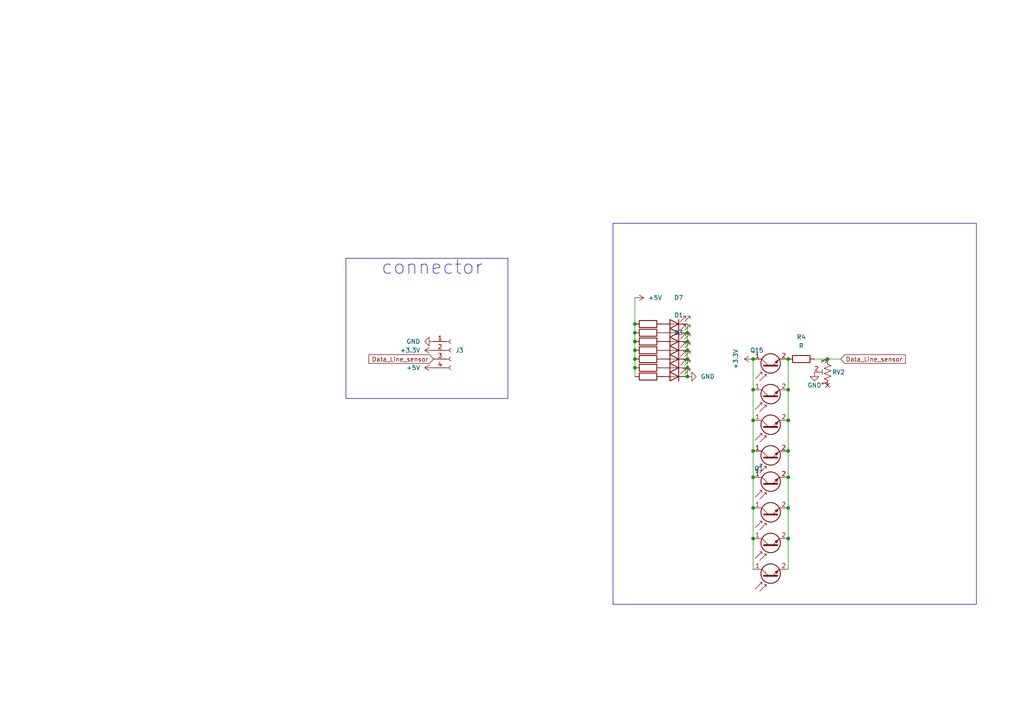
<source format=kicad_sch>
(kicad_sch (version 20230121) (generator eeschema)
  (paper "A4")
  (lib_symbols
    (symbol "Connector:Conn_01x04_Socket" (pin_names (offset 1.016) hide)
      (property "Reference" "J" (at 0 5.08 0))
      (property "Value" "Conn_01x04_Socket" (at 0 -7.62 0))
      (symbol "Conn_01x04_Socket_1_1"
        (arc (start 0 -4.572) (mid -0.5058 -5.08) (end 0 -5.588) (stroke (width 0.1524)))
        (arc (start 0 -2.032) (mid -0.5058 -2.54) (end 0 -3.048) (stroke (width 0.1524)))
        (polyline (pts (xy -1.27 -5.08) (xy -0.508 -5.08)) (stroke (width 0.1524)))
        (polyline (pts (xy -1.27 -2.54) (xy -0.508 -2.54)) (stroke (width 0.1524)))
        (polyline (pts (xy -1.27 0) (xy -0.508 0)) (stroke (width 0.1524)))
        (polyline (pts (xy -1.27 2.54) (xy -0.508 2.54)) (stroke (width 0.1524)))
        (arc (start 0 0.508) (mid -0.5058 0) (end 0 -0.508) (stroke (width 0.1524)))
        (arc (start 0 3.048) (mid -0.5058 2.54) (end 0 2.032) (stroke (width 0.1524)))
        (pin passive line (at -5.08 2.54 0) (length 3.81) (name "Pin_1") (number "1"))
        (pin passive line (at -5.08 0 0) (length 3.81) (name "Pin_2") (number "2"))
        (pin passive line (at -5.08 -2.54 0) (length 3.81) (name "Pin_3") (number "3"))
        (pin passive line (at -5.08 -5.08 0) (length 3.81) (name "Pin_4") (number "4"))
      )
    )
    (symbol "Device:LED" (pin_numbers hide) (pin_names (offset 1.016) hide)
      (property "Reference" "D" (at 0 2.54 0))
      (property "Value" "LED" (at 0 -2.54 0))
      (symbol "LED_0_1"
        (polyline (pts (xy -1.27 -1.27) (xy -1.27 1.27)) (stroke (width 0.254)))
        (polyline (pts (xy -1.27 0) (xy 1.27 0)))
        (polyline (pts (xy 1.27 -1.27) (xy 1.27 1.27) (xy -1.27 0) (xy 1.27 -1.27)) (stroke (width 0.254)))
        (polyline (pts (xy -3.048 -0.762) (xy -4.572 -2.286) (xy -3.81 -2.286) (xy -4.572 -2.286) (xy -4.572 -1.524)))
        (polyline (pts (xy -1.778 -0.762) (xy -3.302 -2.286) (xy -2.54 -2.286) (xy -3.302 -2.286) (xy -3.302 -1.524)))
      )
      (symbol "LED_1_1"
        (pin passive line (at -3.81 0 0) (length 2.54) (name "K") (number "1"))
        (pin passive line (at 3.81 0 180) (length 2.54) (name "A") (number "2"))
      )
    )
    (symbol "Device:Q_Photo_NPN" (pin_names (offset 0) hide)
      (property "Reference" "Q" (at 5.08 1.27 0))
      (property "Value" "Q_Photo_NPN" (at 5.08 -1.27 0))
      (symbol "Q_Photo_NPN_0_1"
        (polyline (pts (xy -1.905 1.27) (xy -2.54 1.27)))
        (polyline (pts (xy -1.27 2.54) (xy -1.905 2.54)))
        (polyline (pts (xy 0.635 0.635) (xy 2.54 2.54)))
        (polyline (pts (xy -3.81 3.175) (xy -1.905 1.27) (xy -1.905 1.905)))
        (polyline (pts (xy -3.175 4.445) (xy -1.27 2.54) (xy -1.27 3.175)))
        (polyline (pts (xy 0.635 -0.635) (xy 2.54 -2.54) (xy 2.54 -2.54)))
        (polyline (pts (xy 0.635 1.905) (xy 0.635 -1.905) (xy 0.635 -1.905)) (stroke (width 0.508)))
        (polyline (pts (xy 1.27 -1.778) (xy 1.778 -1.27) (xy 2.286 -2.286) (xy 1.27 -1.778) (xy 1.27 -1.778)) (fill (type outline)))
        (circle (center 1.27 0) (radius 2.8194) (stroke (width 0.254)))
      )
      (symbol "Q_Photo_NPN_1_1"
        (pin passive line (at 2.54 5.08 270) (length 2.54) (name "C") (number "1"))
        (pin passive line (at 2.54 -5.08 90) (length 2.54) (name "E") (number "2"))
      )
    )
    (symbol "Device:R" (pin_numbers hide) (pin_names (offset 0))
      (property "Reference" "R" (at 2.032 0 90))
      (property "Value" "R" (at 0 0 90))
      (symbol "R_0_1"
        (rectangle (start -1.016 -2.54) (end 1.016 2.54) (stroke (width 0.254)))
      )
      (symbol "R_1_1"
        (pin passive line (at 0 3.81 270) (length 1.27) (name "~") (number "1"))
        (pin passive line (at 0 -3.81 90) (length 1.27) (name "~") (number "2"))
      )
    )
    (symbol "Device:R_Potentiometer_Trim_US" (pin_names (offset 1.016) hide)
      (property "Reference" "RV" (at -4.445 0 90))
      (property "Value" "R_Potentiometer_Trim_US" (at -2.54 0 90))
      (symbol "R_Potentiometer_Trim_US_0_1"
        (polyline (pts (xy 0 -2.286) (xy 0 -2.54)))
        (polyline (pts (xy 0 2.286) (xy 0 2.54)))
        (polyline (pts (xy 1.524 0.762) (xy 1.524 -0.762)))
        (polyline (pts (xy 2.54 0) (xy 1.524 0)))
        (polyline (pts (xy 0 -0.762) (xy 1.016 -1.143) (xy 0 -1.524) (xy -1.016 -1.905) (xy 0 -2.286)))
        (polyline (pts (xy 0 0.762) (xy 1.016 0.381) (xy 0 0) (xy -1.016 -0.381) (xy 0 -0.762)))
        (polyline (pts (xy 0 2.286) (xy 1.016 1.905) (xy 0 1.524) (xy -1.016 1.143) (xy 0 0.762)))
      )
      (symbol "R_Potentiometer_Trim_US_1_1"
        (pin passive line (at 0 3.81 270) (length 1.27) (name "1") (number "1"))
        (pin passive line (at 3.81 0 180) (length 1.27) (name "2") (number "2"))
        (pin passive line (at 0 -3.81 90) (length 1.27) (name "3") (number "3"))
      )
    )
    (symbol "power:+3.3V" (power) (pin_names (offset 0))
      (property "Value" "+3.3V" (at 0 3.556 0))
      (symbol "+3.3V_0_1"
        (polyline (pts (xy -0.762 1.27) (xy 0 2.54)))
        (polyline (pts (xy 0 0) (xy 0 2.54)))
        (polyline (pts (xy 0 2.54) (xy 0.762 1.27)))
      )
      (symbol "+3.3V_1_1"
        (pin power_in line (at 0 0 90) (length 0) hide (name "+3.3V") (number "1"))
      )
    )
    (symbol "power:+5V" (power) (pin_names (offset 0))
      (property "Value" "+5V" (at 0 3.556 0))
      (symbol "+5V_0_1"
        (polyline (pts (xy -0.762 1.27) (xy 0 2.54)))
        (polyline (pts (xy 0 0) (xy 0 2.54)))
        (polyline (pts (xy 0 2.54) (xy 0.762 1.27)))
      )
      (symbol "+5V_1_1"
        (pin power_in line (at 0 0 90) (length 0) hide (name "+5V") (number "1"))
      )
    )
    (symbol "power:GND" (power) (pin_names (offset 0))
      (property "Value" "GND" (at 0 -3.81 0))
      (symbol "GND_0_1"
        (polyline (pts (xy 0 0) (xy 0 -1.27) (xy 1.27 -1.27) (xy 0 -2.54) (xy -1.27 -1.27) (xy 0 -1.27)))
      )
      (symbol "GND_1_1"
        (pin power_in line (at 0 0 270) (length 0) hide (name "GND") (number "1"))
      )
    )
  )
  (junction (at 199.39 106.68))
  (junction (at 218.44 113.03))
  (junction (at 199.39 109.22))
  (junction (at 184.15 101.6))
  (junction (at 218.44 130.81))
  (junction (at 228.6 104.14))
  (junction (at 228.6 113.03))
  (junction (at 228.6 156.21))
  (junction (at 218.44 104.14))
  (junction (at 218.44 121.92))
  (junction (at 218.44 138.43))
  (junction (at 228.6 138.43))
  (junction (at 240.03 104.14))
  (junction (at 184.15 106.68))
  (junction (at 199.39 104.14))
  (junction (at 218.44 147.32))
  (junction (at 199.39 96.52))
  (junction (at 199.39 101.6))
  (junction (at 228.6 147.32))
  (junction (at 218.44 156.21))
  (junction (at 184.15 96.52))
  (junction (at 184.15 99.06))
  (junction (at 184.15 104.14))
  (junction (at 228.6 130.81))
  (junction (at 199.39 99.06))
  (junction (at 184.15 93.98))
  (junction (at 228.6 121.92))
  (no_connect (at 240.03 111.76))
  (wire (pts (xy 199.39 106.68) (xy 199.39 109.22)))
  (wire (pts (xy 184.15 86.36) (xy 184.15 93.98)))
  (wire (pts (xy 218.44 113.03) (xy 218.44 121.92)))
  (wire (pts (xy 228.6 147.32) (xy 228.6 156.21)))
  (wire (pts (xy 184.15 99.06) (xy 184.15 101.6)))
  (wire (pts (xy 236.22 104.14) (xy 240.03 104.14)))
  (wire (pts (xy 218.44 121.92) (xy 218.44 130.81)))
  (wire (pts (xy 184.15 96.52) (xy 184.15 99.06)))
  (wire (pts (xy 240.03 104.14) (xy 243.84 104.14)))
  (wire (pts (xy 199.39 104.14) (xy 199.39 106.68)))
  (wire (pts (xy 218.44 138.43) (xy 218.44 147.32)))
  (wire (pts (xy 199.39 93.98) (xy 199.39 96.52)))
  (wire (pts (xy 184.15 106.68) (xy 184.15 109.22)))
  (wire (pts (xy 228.6 121.92) (xy 228.6 130.81)))
  (wire (pts (xy 199.39 99.06) (xy 199.39 101.6)))
  (wire (pts (xy 228.6 138.43) (xy 228.6 147.32)))
  (wire (pts (xy 184.15 93.98) (xy 184.15 96.52)))
  (wire (pts (xy 218.44 104.14) (xy 218.44 113.03)))
  (wire (pts (xy 218.44 130.81) (xy 218.44 138.43)))
  (wire (pts (xy 228.6 113.03) (xy 228.6 121.92)))
  (wire (pts (xy 218.44 147.32) (xy 218.44 156.21)))
  (wire (pts (xy 199.39 96.52) (xy 199.39 99.06)))
  (wire (pts (xy 199.39 101.6) (xy 199.39 104.14)))
  (wire (pts (xy 228.6 156.21) (xy 228.6 165.1)))
  (wire (pts (xy 218.44 156.21) (xy 218.44 165.1)))
  (wire (pts (xy 228.6 104.14) (xy 228.6 113.03)))
  (wire (pts (xy 184.15 104.14) (xy 184.15 106.68)))
  (wire (pts (xy 228.6 130.81) (xy 228.6 138.43)))
  (wire (pts (xy 184.15 101.6) (xy 184.15 104.14)))
  (rectangle (start 177.8 64.77) (end 283.21 175.26))
  (rectangle (start 100.33 74.93) (end 147.32 115.57))
  (text "connector" (at 110.49 80.01 0) (effects (font (size 4 4)) (justify left bottom)))
  (global_label "Data_Line_sensor" (shape input) (at 125.73 104.14 180) (property "Intersheetrefs" "${INTERSHEET_REFS}" (effects hide)))
  (global_label "Data_Line_sensor" (shape input) (at 243.84 104.14 0) (property "Intersheetrefs" "${INTERSHEET_REFS}" (effects hide)))
  (symbol (lib_id "Device:Q_Photo_NPN") (at 223.52 133.35 90) (unit 1)
    (property "Reference" "Q18" (effects hide))
    (property "Value" "Q_Photo_NPN" (effects hide))
    (property "Footprint" "LED_THT:LED_D3.0mm_Clear" (effects hide))
  )
  (symbol (lib_id "Device:LED") (at 195.58 99.06 180) (unit 1)
    (property "Reference" "D1" (at 196.85 91.44 0))
    (property "Value" "LED" (effects hide))
    (property "Footprint" "LED_THT:LED_D3.0mm_Clear" (effects hide))
  )
  (symbol (lib_id "power:+3.3V") (at 218.44 104.14 90) (unit 1)
    (property "Reference" "#PWR013" (effects hide))
    (property "Value" "+3.3V" (at 213.36 104.14 0))
  )
  (symbol (lib_id "Device:LED") (at 195.58 109.22 180) (unit 1)
    (property "Reference" "D5" (effects hide))
    (property "Value" "LED" (effects hide))
    (property "Footprint" "LED_THT:LED_D3.0mm_Clear" (effects hide))
  )
  (symbol (lib_id "power:GND") (at 199.39 109.22 90) (unit 1)
    (property "Reference" "#PWR02" (effects hide))
    (property "Value" "GND" (at 203.2 109.22 90) (effects (justify right)))
  )
  (symbol (lib_id "Device:Q_Photo_NPN") (at 223.52 115.57 90) (unit 1)
    (property "Reference" "Q16" (effects hide))
    (property "Value" "Q_Photo_NPN" (effects hide))
    (property "Footprint" "LED_THT:LED_D3.0mm_Clear" (effects hide))
  )
  (symbol (lib_id "power:GND") (at 236.22 107.95 0) (unit 1)
    (property "Reference" "#PWR014" (effects hide))
    (property "Value" "GND" (at 236.22 111.76 0))
  )
  (symbol (lib_id "Device:Q_Photo_NPN") (at 223.52 158.75 90) (unit 1)
    (property "Reference" "Q3" (effects hide))
    (property "Value" "Q_Photo_NPN" (effects hide))
    (property "Footprint" "LED_THT:LED_D3.0mm_Clear" (effects hide))
  )
  (symbol (lib_id "Device:LED") (at 195.58 93.98 180) (unit 1)
    (property "Reference" "D7" (at 196.85 86.36 0))
    (property "Value" "LED" (effects hide))
    (property "Footprint" "LED_THT:LED_D3.0mm_Clear" (effects hide))
  )
  (symbol (lib_id "Device:R_Potentiometer_Trim_US") (at 240.03 107.95 180) (unit 1)
    (property "Reference" "RV2" (at 241.3 107.95 0) (effects (justify right)))
    (property "Value" "R_Potentiometer_Trim_US" (effects hide))
    (property "Footprint" "Potentiometer_SMD:Potentiometer_Vishay_TS53YJ_Vertical" (effects hide))
  )
  (symbol (lib_id "power:+5V") (at 184.15 86.36 270) (unit 1)
    (property "Reference" "#PWR011" (effects hide))
    (property "Value" "+5V" (at 187.96 86.36 90) (effects (justify left)))
  )
  (symbol (lib_id "Device:Q_Photo_NPN") (at 223.52 124.46 90) (unit 1)
    (property "Reference" "Q17" (effects hide))
    (property "Value" "Q_Photo_NPN" (effects hide))
    (property "Footprint" "LED_THT:LED_D3.0mm_Clear" (effects hide))
  )
  (symbol (lib_id "Device:R") (at 187.96 99.06 90) (unit 1)
    (property "Reference" "R1" (effects hide))
    (property "Value" "R" (effects hide))
    (property "Footprint" "Resistor_SMD:R_0805_2012Metric" (effects hide))
  )
  (symbol (lib_id "Device:LED") (at 195.58 101.6 180) (unit 1)
    (property "Reference" "D2" (effects hide))
    (property "Value" "LED" (effects hide))
    (property "Footprint" "LED_THT:LED_D3.0mm_Clear" (effects hide))
  )
  (symbol (lib_id "Device:R") (at 187.96 101.6 90) (unit 1)
    (property "Reference" "R5" (effects hide))
    (property "Value" "R" (effects hide))
    (property "Footprint" "Resistor_SMD:R_0805_2012Metric" (effects hide))
  )
  (symbol (lib_id "Device:R") (at 187.96 109.22 90) (unit 1)
    (property "Reference" "R8" (effects hide))
    (property "Value" "R" (effects hide))
    (property "Footprint" "Resistor_SMD:R_0805_2012Metric" (effects hide))
  )
  (symbol (lib_id "Device:LED") (at 195.58 104.14 180) (unit 1)
    (property "Reference" "D3" (at 196.85 96.52 0))
    (property "Value" "LED" (effects hide))
    (property "Footprint" "LED_THT:LED_D3.0mm_Clear" (effects hide))
  )
  (symbol (lib_id "power:GND") (at 125.73 99.06 270) (unit 1)
    (property "Reference" "#PWR08" (effects hide))
    (property "Value" "GND" (at 121.92 99.06 90) (effects (justify right)))
  )
  (symbol (lib_id "Device:Q_Photo_NPN") (at 223.52 167.64 90) (unit 1)
    (property "Reference" "Q4" (effects hide))
    (property "Value" "Q_Photo_NPN" (effects hide))
    (property "Footprint" "LED_THT:LED_D3.0mm_Clear" (effects hide))
  )
  (symbol (lib_id "power:+3.3V") (at 125.73 101.6 90) (unit 1)
    (property "Reference" "#PWR09" (effects hide))
    (property "Value" "+3.3V" (at 121.92 101.6 90) (effects (justify left)))
  )
  (symbol (lib_id "Device:R") (at 187.96 104.14 90) (unit 1)
    (property "Reference" "R6" (effects hide))
    (property "Value" "R" (effects hide))
    (property "Footprint" "Resistor_SMD:R_0805_2012Metric" (effects hide))
  )
  (symbol (lib_id "Device:Q_Photo_NPN") (at 223.52 106.68 90) (unit 1)
    (property "Reference" "Q15" (at 221.5007 101.6 90) (effects (justify left)))
    (property "Value" "Q_Photo_NPN" (effects hide))
    (property "Footprint" "LED_THT:LED_D3.0mm_Clear" (effects hide))
  )
  (symbol (lib_id "Device:R") (at 187.96 96.52 90) (unit 1)
    (property "Reference" "R3" (effects hide))
    (property "Value" "R" (effects hide))
    (property "Footprint" "Resistor_SMD:R_0805_2012Metric" (effects hide))
  )
  (symbol (lib_id "Device:R") (at 232.41 104.14 90) (unit 1)
    (property "Reference" "R4" (at 232.41 97.79 90))
    (property "Value" "R" (at 232.41 100.33 90))
    (property "Footprint" "Resistor_SMD:R_0805_2012Metric" (effects hide))
  )
  (symbol (lib_id "Device:Q_Photo_NPN") (at 223.52 140.97 90) (unit 1)
    (property "Reference" "Q1" (at 221.5007 135.89 90) (effects (justify left)))
    (property "Value" "Q_Photo_NPN" (effects hide))
    (property "Footprint" "LED_THT:LED_D3.0mm_Clear" (effects hide))
  )
  (symbol (lib_id "Device:LED") (at 195.58 106.68 180) (unit 1)
    (property "Reference" "D4" (effects hide))
    (property "Value" "LED" (effects hide))
    (property "Footprint" "LED_THT:LED_D3.0mm_Clear" (effects hide))
  )
  (symbol (lib_id "Device:R") (at 187.96 106.68 90) (unit 1)
    (property "Reference" "R7" (effects hide))
    (property "Value" "R" (effects hide))
    (property "Footprint" "Resistor_SMD:R_0805_2012Metric" (effects hide))
  )
  (symbol (lib_id "Connector:Conn_01x04_Socket") (at 130.81 101.6 0) (unit 1)
    (property "Reference" "J3" (at 132.08 101.6 0) (effects (justify left)))
    (property "Value" "Conn_01x04_Socket" (effects hide))
    (property "Footprint" "Connector_PinHeader_2.54mm:PinHeader_1x04_P2.54mm_Horizontal" (effects hide))
  )
  (symbol (lib_id "Device:Q_Photo_NPN") (at 223.52 149.86 90) (unit 1)
    (property "Reference" "Q2" (effects hide))
    (property "Value" "Q_Photo_NPN" (effects hide))
    (property "Footprint" "LED_THT:LED_D3.0mm_Clear" (effects hide))
  )
  (symbol (lib_id "Device:R") (at 187.96 93.98 90) (unit 1)
    (property "Reference" "R2" (effects hide))
    (property "Value" "R" (effects hide))
    (property "Footprint" "Resistor_SMD:R_0805_2012Metric" (effects hide))
  )
  (symbol (lib_id "power:+5V") (at 125.73 106.68 90) (unit 1)
    (property "Reference" "#PWR010" (effects hide))
    (property "Value" "+5V" (at 121.92 106.68 90) (effects (justify left)))
  )
  (symbol (lib_id "Device:LED") (at 195.58 96.52 180) (unit 1)
    (property "Reference" "D8" (effects hide))
    (property "Value" "LED" (effects hide))
    (property "Footprint" "LED_THT:LED_D3.0mm_Clear" (effects hide))
  )
)
</source>
